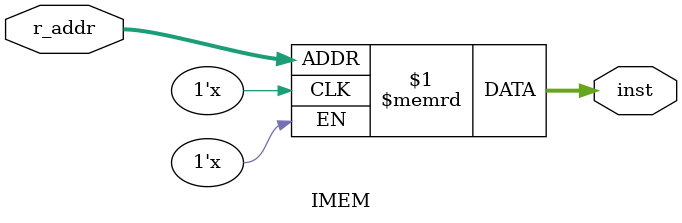
<source format=v>
module IMEM(
    input [31:0] r_addr,
    output [31:0] inst
);

    reg [31:0] Imemory [0:63];  // 64 regs each reg have 32bits

    assign inst = Imemory[r_addr]; 
endmodule
</source>
